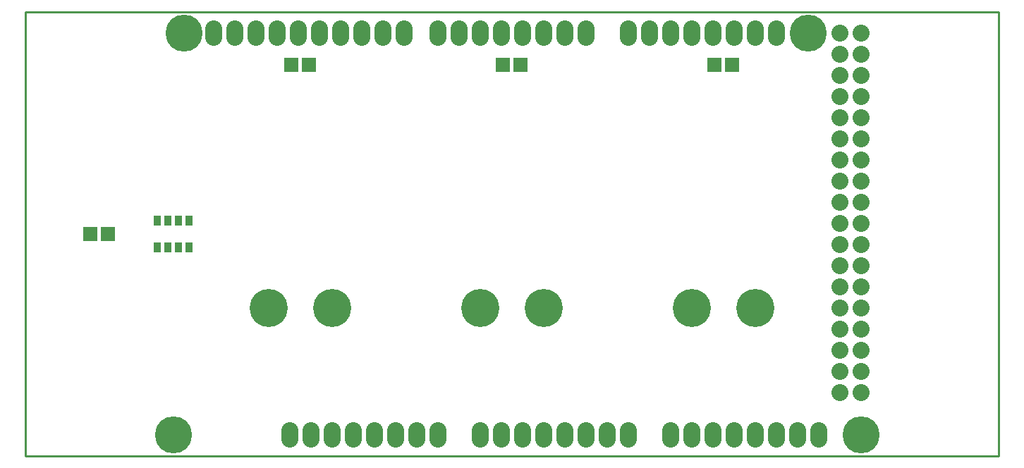
<source format=gts>
G04 (created by PCBNEW (2013-jul-07)-stable) date Wed 30 Jul 2014 03:33:50 PM EDT*
%MOIN*%
G04 Gerber Fmt 3.4, Leading zero omitted, Abs format*
%FSLAX34Y34*%
G01*
G70*
G90*
G04 APERTURE LIST*
%ADD10C,0.00590551*%
%ADD11C,0.009*%
%ADD12C,0.175*%
%ADD13O,0.08X0.12*%
%ADD14C,0.08*%
%ADD15R,0.067X0.067*%
%ADD16C,0.18*%
%ADD17R,0.036X0.049*%
G04 APERTURE END LIST*
G54D10*
G54D11*
X89500Y-51500D02*
X43500Y-51500D01*
X43500Y-30500D02*
X89500Y-30500D01*
X43500Y-30500D02*
X43500Y-51500D01*
X89500Y-51500D02*
X89500Y-30500D01*
G54D12*
X50500Y-50500D03*
X51000Y-31500D03*
X83000Y-50500D03*
X80500Y-31500D03*
G54D13*
X56000Y-50500D03*
X57000Y-50500D03*
X58000Y-50500D03*
X59000Y-50500D03*
X60000Y-50500D03*
X61000Y-50500D03*
X62000Y-50500D03*
X63000Y-50500D03*
X65000Y-50500D03*
X66000Y-50500D03*
X67000Y-50500D03*
X68000Y-50500D03*
X69000Y-50500D03*
X70000Y-50500D03*
X71000Y-50500D03*
X72000Y-50500D03*
X74000Y-50500D03*
X75000Y-50500D03*
X76000Y-50500D03*
X77000Y-50500D03*
X78000Y-50500D03*
X79000Y-50500D03*
X80000Y-50500D03*
X81000Y-50500D03*
X52400Y-31500D03*
X53400Y-31500D03*
X54400Y-31500D03*
X55400Y-31500D03*
X56400Y-31500D03*
X57400Y-31500D03*
X58400Y-31500D03*
X59400Y-31500D03*
X60400Y-31500D03*
X61400Y-31500D03*
X63000Y-31500D03*
X70000Y-31500D03*
X69000Y-31500D03*
X68000Y-31500D03*
X67000Y-31500D03*
X66000Y-31500D03*
X65000Y-31500D03*
X64000Y-31500D03*
X72000Y-31500D03*
X73000Y-31500D03*
X74000Y-31500D03*
X75000Y-31500D03*
X76000Y-31500D03*
X77000Y-31500D03*
X78000Y-31500D03*
X79000Y-31500D03*
G54D14*
X82000Y-31500D03*
X83000Y-31500D03*
X82000Y-32500D03*
X83000Y-32500D03*
X82000Y-33500D03*
X83000Y-33500D03*
X82000Y-34500D03*
X83000Y-34500D03*
X82000Y-35500D03*
X83000Y-35500D03*
X82000Y-36500D03*
X83000Y-36500D03*
X82000Y-37500D03*
X83000Y-37500D03*
X82000Y-38500D03*
X83000Y-38500D03*
X82000Y-39500D03*
X83000Y-39500D03*
X82000Y-40500D03*
X83000Y-40500D03*
X82000Y-41500D03*
X83000Y-41500D03*
X82000Y-42500D03*
X83000Y-42500D03*
X82000Y-43500D03*
X83000Y-43500D03*
X82000Y-44500D03*
X83000Y-44500D03*
X82000Y-45500D03*
X83000Y-45500D03*
X82000Y-46500D03*
X83000Y-46500D03*
X82000Y-47500D03*
X83000Y-47500D03*
X82000Y-48500D03*
X83000Y-48500D03*
G54D15*
X66915Y-33000D03*
X66085Y-33000D03*
X76915Y-33000D03*
X76085Y-33000D03*
X56915Y-33000D03*
X56085Y-33000D03*
G54D16*
X58000Y-44500D03*
X55000Y-44500D03*
X68000Y-44500D03*
X65000Y-44500D03*
X78000Y-44500D03*
X75000Y-44500D03*
G54D17*
X51250Y-40360D03*
X50750Y-40360D03*
X50250Y-40360D03*
X49750Y-40360D03*
X49750Y-41640D03*
X50250Y-41640D03*
X50750Y-41640D03*
X51250Y-41640D03*
G54D15*
X47415Y-41000D03*
X46585Y-41000D03*
M02*

</source>
